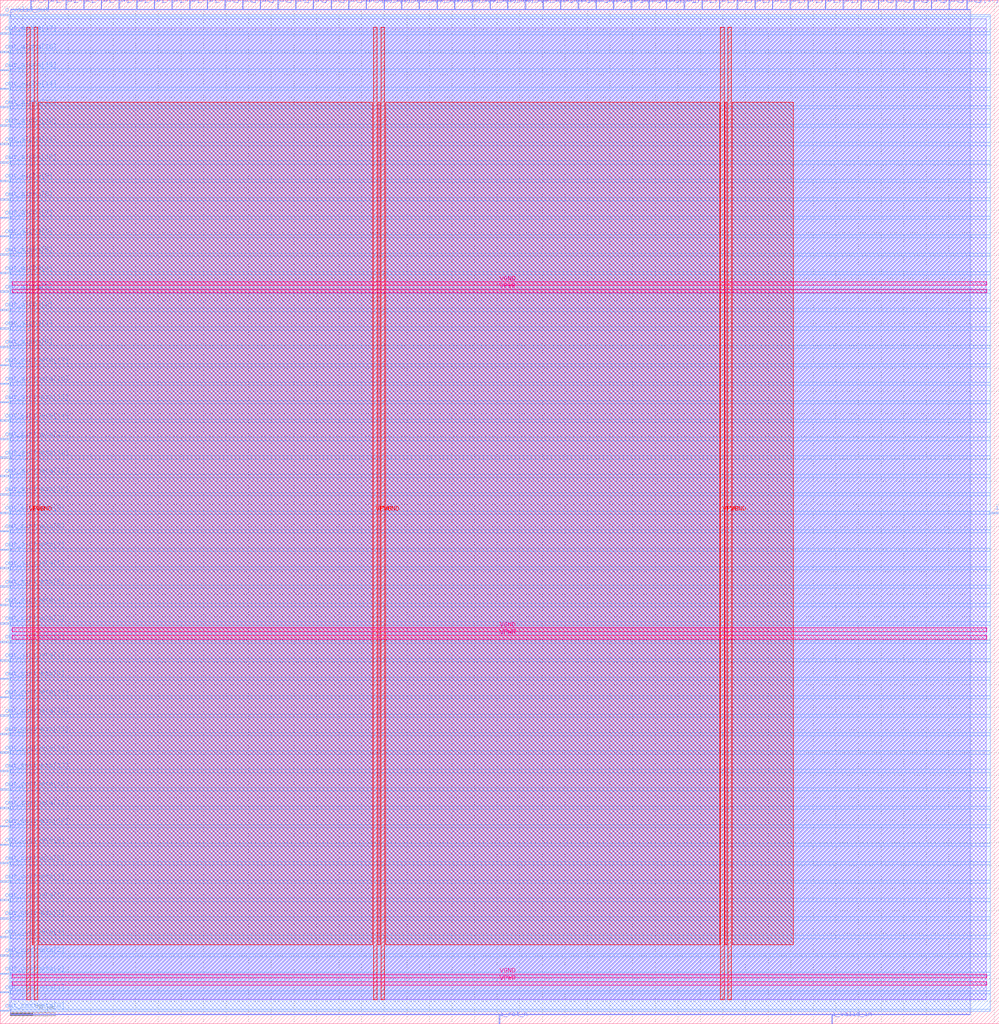
<source format=lef>
VERSION 5.7 ;
  NOWIREEXTENSIONATPIN ON ;
  DIVIDERCHAR "/" ;
  BUSBITCHARS "[]" ;
MACRO cordic_tt_top
  CLASS BLOCK ;
  FOREIGN cordic_tt_top ;
  ORIGIN 0.000 0.000 ;
  SIZE 442.310 BY 453.030 ;
  PIN VGND
    DIRECTION INOUT ;
    USE GROUND ;
    PORT
      LAYER met4 ;
        RECT 15.020 10.640 16.620 440.880 ;
    END
    PORT
      LAYER met4 ;
        RECT 168.620 10.640 170.220 440.880 ;
    END
    PORT
      LAYER met4 ;
        RECT 322.220 10.640 323.820 440.880 ;
    END
    PORT
      LAYER met5 ;
        RECT 5.280 20.380 436.780 21.980 ;
    END
    PORT
      LAYER met5 ;
        RECT 5.280 173.560 436.780 175.160 ;
    END
    PORT
      LAYER met5 ;
        RECT 5.280 326.740 436.780 328.340 ;
    END
  END VGND
  PIN VPWR
    DIRECTION INOUT ;
    USE POWER ;
    PORT
      LAYER met4 ;
        RECT 11.720 10.640 13.320 440.880 ;
    END
    PORT
      LAYER met4 ;
        RECT 165.320 10.640 166.920 440.880 ;
    END
    PORT
      LAYER met4 ;
        RECT 318.920 10.640 320.520 440.880 ;
    END
    PORT
      LAYER met5 ;
        RECT 5.280 17.080 436.780 18.680 ;
    END
    PORT
      LAYER met5 ;
        RECT 5.280 170.260 436.780 171.860 ;
    END
    PORT
      LAYER met5 ;
        RECT 5.280 323.440 436.780 325.040 ;
    END
  END VPWR
  PIN i_clk
    DIRECTION INPUT ;
    USE SIGNAL ;
    ANTENNAGATEAREA 0.852000 ;
    PORT
      LAYER met3 ;
        RECT 438.310 225.800 442.310 226.400 ;
    END
  END i_clk
  PIN i_rst_n
    DIRECTION INPUT ;
    USE SIGNAL ;
    ANTENNAGATEAREA 0.196500 ;
    PORT
      LAYER met2 ;
        RECT 220.890 0.000 221.170 4.000 ;
    END
  END i_rst_n
  PIN i_valid_in
    DIRECTION INPUT ;
    USE SIGNAL ;
    ANTENNAGATEAREA 0.247500 ;
    PORT
      LAYER met2 ;
        RECT 368.090 0.000 368.370 4.000 ;
    END
  END i_valid_in
  PIN in_alpha[0]
    DIRECTION INPUT ;
    USE SIGNAL ;
    ANTENNAGATEAREA 0.196500 ;
    PORT
      LAYER met2 ;
        RECT 154.190 449.030 154.470 453.030 ;
    END
  END in_alpha[0]
  PIN in_alpha[10]
    DIRECTION INPUT ;
    USE SIGNAL ;
    ANTENNAGATEAREA 0.213000 ;
    PORT
      LAYER met2 ;
        RECT 232.390 449.030 232.670 453.030 ;
    END
  END in_alpha[10]
  PIN in_alpha[11]
    DIRECTION INPUT ;
    USE SIGNAL ;
    ANTENNAGATEAREA 0.213000 ;
    PORT
      LAYER met2 ;
        RECT 240.210 449.030 240.490 453.030 ;
    END
  END in_alpha[11]
  PIN in_alpha[12]
    DIRECTION INPUT ;
    USE SIGNAL ;
    ANTENNAGATEAREA 0.196500 ;
    PORT
      LAYER met2 ;
        RECT 248.030 449.030 248.310 453.030 ;
    END
  END in_alpha[12]
  PIN in_alpha[13]
    DIRECTION INPUT ;
    USE SIGNAL ;
    ANTENNAGATEAREA 0.213000 ;
    PORT
      LAYER met2 ;
        RECT 255.850 449.030 256.130 453.030 ;
    END
  END in_alpha[13]
  PIN in_alpha[14]
    DIRECTION INPUT ;
    USE SIGNAL ;
    ANTENNAGATEAREA 0.213000 ;
    PORT
      LAYER met2 ;
        RECT 263.670 449.030 263.950 453.030 ;
    END
  END in_alpha[14]
  PIN in_alpha[15]
    DIRECTION INPUT ;
    USE SIGNAL ;
    ANTENNAGATEAREA 0.247500 ;
    PORT
      LAYER met2 ;
        RECT 271.490 449.030 271.770 453.030 ;
    END
  END in_alpha[15]
  PIN in_alpha[16]
    DIRECTION INPUT ;
    USE SIGNAL ;
    ANTENNAGATEAREA 0.213000 ;
    PORT
      LAYER met2 ;
        RECT 279.310 449.030 279.590 453.030 ;
    END
  END in_alpha[16]
  PIN in_alpha[17]
    DIRECTION INPUT ;
    USE SIGNAL ;
    ANTENNAGATEAREA 0.213000 ;
    PORT
      LAYER met2 ;
        RECT 287.130 449.030 287.410 453.030 ;
    END
  END in_alpha[17]
  PIN in_alpha[1]
    DIRECTION INPUT ;
    USE SIGNAL ;
    ANTENNAGATEAREA 0.196500 ;
    PORT
      LAYER met2 ;
        RECT 162.010 449.030 162.290 453.030 ;
    END
  END in_alpha[1]
  PIN in_alpha[2]
    DIRECTION INPUT ;
    USE SIGNAL ;
    ANTENNAGATEAREA 0.196500 ;
    PORT
      LAYER met2 ;
        RECT 169.830 449.030 170.110 453.030 ;
    END
  END in_alpha[2]
  PIN in_alpha[3]
    DIRECTION INPUT ;
    USE SIGNAL ;
    ANTENNAGATEAREA 0.196500 ;
    PORT
      LAYER met2 ;
        RECT 177.650 449.030 177.930 453.030 ;
    END
  END in_alpha[3]
  PIN in_alpha[4]
    DIRECTION INPUT ;
    USE SIGNAL ;
    ANTENNAGATEAREA 0.196500 ;
    PORT
      LAYER met2 ;
        RECT 185.470 449.030 185.750 453.030 ;
    END
  END in_alpha[4]
  PIN in_alpha[5]
    DIRECTION INPUT ;
    USE SIGNAL ;
    ANTENNAGATEAREA 0.159000 ;
    PORT
      LAYER met2 ;
        RECT 193.290 449.030 193.570 453.030 ;
    END
  END in_alpha[5]
  PIN in_alpha[6]
    DIRECTION INPUT ;
    USE SIGNAL ;
    ANTENNAGATEAREA 0.213000 ;
    PORT
      LAYER met2 ;
        RECT 201.110 449.030 201.390 453.030 ;
    END
  END in_alpha[6]
  PIN in_alpha[7]
    DIRECTION INPUT ;
    USE SIGNAL ;
    ANTENNAGATEAREA 0.159000 ;
    PORT
      LAYER met2 ;
        RECT 208.930 449.030 209.210 453.030 ;
    END
  END in_alpha[7]
  PIN in_alpha[8]
    DIRECTION INPUT ;
    USE SIGNAL ;
    ANTENNAGATEAREA 0.159000 ;
    PORT
      LAYER met2 ;
        RECT 216.750 449.030 217.030 453.030 ;
    END
  END in_alpha[8]
  PIN in_alpha[9]
    DIRECTION INPUT ;
    USE SIGNAL ;
    ANTENNAGATEAREA 0.159000 ;
    PORT
      LAYER met2 ;
        RECT 224.570 449.030 224.850 453.030 ;
    END
  END in_alpha[9]
  PIN in_x[0]
    DIRECTION INPUT ;
    USE SIGNAL ;
    ANTENNAGATEAREA 0.213000 ;
    PORT
      LAYER met2 ;
        RECT 13.430 449.030 13.710 453.030 ;
    END
  END in_x[0]
  PIN in_x[10]
    DIRECTION INPUT ;
    USE SIGNAL ;
    ANTENNAGATEAREA 0.213000 ;
    PORT
      LAYER met2 ;
        RECT 91.630 449.030 91.910 453.030 ;
    END
  END in_x[10]
  PIN in_x[11]
    DIRECTION INPUT ;
    USE SIGNAL ;
    ANTENNAGATEAREA 0.213000 ;
    PORT
      LAYER met2 ;
        RECT 99.450 449.030 99.730 453.030 ;
    END
  END in_x[11]
  PIN in_x[12]
    DIRECTION INPUT ;
    USE SIGNAL ;
    ANTENNAGATEAREA 0.213000 ;
    PORT
      LAYER met2 ;
        RECT 107.270 449.030 107.550 453.030 ;
    END
  END in_x[12]
  PIN in_x[13]
    DIRECTION INPUT ;
    USE SIGNAL ;
    ANTENNAGATEAREA 0.213000 ;
    PORT
      LAYER met2 ;
        RECT 115.090 449.030 115.370 453.030 ;
    END
  END in_x[13]
  PIN in_x[14]
    DIRECTION INPUT ;
    USE SIGNAL ;
    ANTENNAGATEAREA 0.213000 ;
    PORT
      LAYER met2 ;
        RECT 122.910 449.030 123.190 453.030 ;
    END
  END in_x[14]
  PIN in_x[15]
    DIRECTION INPUT ;
    USE SIGNAL ;
    ANTENNAGATEAREA 0.126000 ;
    PORT
      LAYER met2 ;
        RECT 130.730 449.030 131.010 453.030 ;
    END
  END in_x[15]
  PIN in_x[16]
    DIRECTION INPUT ;
    USE SIGNAL ;
    ANTENNAGATEAREA 0.196500 ;
    PORT
      LAYER met2 ;
        RECT 138.550 449.030 138.830 453.030 ;
    END
  END in_x[16]
  PIN in_x[17]
    DIRECTION INPUT ;
    USE SIGNAL ;
    ANTENNAGATEAREA 0.196500 ;
    PORT
      LAYER met2 ;
        RECT 146.370 449.030 146.650 453.030 ;
    END
  END in_x[17]
  PIN in_x[1]
    DIRECTION INPUT ;
    USE SIGNAL ;
    ANTENNAGATEAREA 0.213000 ;
    PORT
      LAYER met2 ;
        RECT 21.250 449.030 21.530 453.030 ;
    END
  END in_x[1]
  PIN in_x[2]
    DIRECTION INPUT ;
    USE SIGNAL ;
    ANTENNAGATEAREA 0.213000 ;
    PORT
      LAYER met2 ;
        RECT 29.070 449.030 29.350 453.030 ;
    END
  END in_x[2]
  PIN in_x[3]
    DIRECTION INPUT ;
    USE SIGNAL ;
    ANTENNAGATEAREA 0.213000 ;
    PORT
      LAYER met2 ;
        RECT 36.890 449.030 37.170 453.030 ;
    END
  END in_x[3]
  PIN in_x[4]
    DIRECTION INPUT ;
    USE SIGNAL ;
    ANTENNAGATEAREA 0.213000 ;
    PORT
      LAYER met2 ;
        RECT 44.710 449.030 44.990 453.030 ;
    END
  END in_x[4]
  PIN in_x[5]
    DIRECTION INPUT ;
    USE SIGNAL ;
    ANTENNAGATEAREA 0.213000 ;
    PORT
      LAYER met2 ;
        RECT 52.530 449.030 52.810 453.030 ;
    END
  END in_x[5]
  PIN in_x[6]
    DIRECTION INPUT ;
    USE SIGNAL ;
    ANTENNAGATEAREA 0.213000 ;
    PORT
      LAYER met2 ;
        RECT 60.350 449.030 60.630 453.030 ;
    END
  END in_x[6]
  PIN in_x[7]
    DIRECTION INPUT ;
    USE SIGNAL ;
    ANTENNAGATEAREA 0.213000 ;
    PORT
      LAYER met2 ;
        RECT 68.170 449.030 68.450 453.030 ;
    END
  END in_x[7]
  PIN in_x[8]
    DIRECTION INPUT ;
    USE SIGNAL ;
    ANTENNAGATEAREA 0.213000 ;
    PORT
      LAYER met2 ;
        RECT 75.990 449.030 76.270 453.030 ;
    END
  END in_x[8]
  PIN in_x[9]
    DIRECTION INPUT ;
    USE SIGNAL ;
    ANTENNAGATEAREA 0.213000 ;
    PORT
      LAYER met2 ;
        RECT 83.810 449.030 84.090 453.030 ;
    END
  END in_x[9]
  PIN in_y[0]
    DIRECTION INPUT ;
    USE SIGNAL ;
    ANTENNAGATEAREA 0.159000 ;
    PORT
      LAYER met2 ;
        RECT 294.950 449.030 295.230 453.030 ;
    END
  END in_y[0]
  PIN in_y[10]
    DIRECTION INPUT ;
    USE SIGNAL ;
    ANTENNAGATEAREA 0.213000 ;
    PORT
      LAYER met2 ;
        RECT 373.150 449.030 373.430 453.030 ;
    END
  END in_y[10]
  PIN in_y[11]
    DIRECTION INPUT ;
    USE SIGNAL ;
    ANTENNAGATEAREA 0.213000 ;
    PORT
      LAYER met2 ;
        RECT 380.970 449.030 381.250 453.030 ;
    END
  END in_y[11]
  PIN in_y[12]
    DIRECTION INPUT ;
    USE SIGNAL ;
    ANTENNAGATEAREA 0.213000 ;
    PORT
      LAYER met2 ;
        RECT 388.790 449.030 389.070 453.030 ;
    END
  END in_y[12]
  PIN in_y[13]
    DIRECTION INPUT ;
    USE SIGNAL ;
    ANTENNAGATEAREA 0.159000 ;
    PORT
      LAYER met2 ;
        RECT 396.610 449.030 396.890 453.030 ;
    END
  END in_y[13]
  PIN in_y[14]
    DIRECTION INPUT ;
    USE SIGNAL ;
    ANTENNAGATEAREA 0.159000 ;
    PORT
      LAYER met2 ;
        RECT 404.430 449.030 404.710 453.030 ;
    END
  END in_y[14]
  PIN in_y[15]
    DIRECTION INPUT ;
    USE SIGNAL ;
    ANTENNAGATEAREA 0.159000 ;
    PORT
      LAYER met2 ;
        RECT 412.250 449.030 412.530 453.030 ;
    END
  END in_y[15]
  PIN in_y[16]
    DIRECTION INPUT ;
    USE SIGNAL ;
    ANTENNAGATEAREA 0.159000 ;
    PORT
      LAYER met2 ;
        RECT 420.070 449.030 420.350 453.030 ;
    END
  END in_y[16]
  PIN in_y[17]
    DIRECTION INPUT ;
    USE SIGNAL ;
    ANTENNAGATEAREA 0.159000 ;
    PORT
      LAYER met2 ;
        RECT 427.890 449.030 428.170 453.030 ;
    END
  END in_y[17]
  PIN in_y[1]
    DIRECTION INPUT ;
    USE SIGNAL ;
    ANTENNAGATEAREA 0.213000 ;
    PORT
      LAYER met2 ;
        RECT 302.770 449.030 303.050 453.030 ;
    END
  END in_y[1]
  PIN in_y[2]
    DIRECTION INPUT ;
    USE SIGNAL ;
    ANTENNAGATEAREA 0.213000 ;
    PORT
      LAYER met2 ;
        RECT 310.590 449.030 310.870 453.030 ;
    END
  END in_y[2]
  PIN in_y[3]
    DIRECTION INPUT ;
    USE SIGNAL ;
    ANTENNAGATEAREA 0.213000 ;
    PORT
      LAYER met2 ;
        RECT 318.410 449.030 318.690 453.030 ;
    END
  END in_y[3]
  PIN in_y[4]
    DIRECTION INPUT ;
    USE SIGNAL ;
    ANTENNAGATEAREA 0.213000 ;
    PORT
      LAYER met2 ;
        RECT 326.230 449.030 326.510 453.030 ;
    END
  END in_y[4]
  PIN in_y[5]
    DIRECTION INPUT ;
    USE SIGNAL ;
    ANTENNAGATEAREA 0.213000 ;
    PORT
      LAYER met2 ;
        RECT 334.050 449.030 334.330 453.030 ;
    END
  END in_y[5]
  PIN in_y[6]
    DIRECTION INPUT ;
    USE SIGNAL ;
    ANTENNAGATEAREA 0.213000 ;
    PORT
      LAYER met2 ;
        RECT 341.870 449.030 342.150 453.030 ;
    END
  END in_y[6]
  PIN in_y[7]
    DIRECTION INPUT ;
    USE SIGNAL ;
    ANTENNAGATEAREA 0.213000 ;
    PORT
      LAYER met2 ;
        RECT 349.690 449.030 349.970 453.030 ;
    END
  END in_y[7]
  PIN in_y[8]
    DIRECTION INPUT ;
    USE SIGNAL ;
    ANTENNAGATEAREA 0.196500 ;
    PORT
      LAYER met2 ;
        RECT 357.510 449.030 357.790 453.030 ;
    END
  END in_y[8]
  PIN in_y[9]
    DIRECTION INPUT ;
    USE SIGNAL ;
    ANTENNAGATEAREA 0.213000 ;
    PORT
      LAYER met2 ;
        RECT 365.330 449.030 365.610 453.030 ;
    END
  END in_y[9]
  PIN o_valid_out
    DIRECTION OUTPUT TRISTATE ;
    USE SIGNAL ;
    ANTENNADIFFAREA 0.795200 ;
    PORT
      LAYER met3 ;
        RECT 0.000 446.120 4.000 446.720 ;
    END
  END o_valid_out
  PIN out_alpha[0]
    DIRECTION OUTPUT TRISTATE ;
    USE SIGNAL ;
    ANTENNADIFFAREA 0.795200 ;
    PORT
      LAYER met3 ;
        RECT 0.000 299.240 4.000 299.840 ;
    END
  END out_alpha[0]
  PIN out_alpha[10]
    DIRECTION OUTPUT TRISTATE ;
    USE SIGNAL ;
    ANTENNADIFFAREA 0.795200 ;
    PORT
      LAYER met3 ;
        RECT 0.000 380.840 4.000 381.440 ;
    END
  END out_alpha[10]
  PIN out_alpha[11]
    DIRECTION OUTPUT TRISTATE ;
    USE SIGNAL ;
    ANTENNADIFFAREA 0.795200 ;
    PORT
      LAYER met3 ;
        RECT 0.000 389.000 4.000 389.600 ;
    END
  END out_alpha[11]
  PIN out_alpha[12]
    DIRECTION OUTPUT TRISTATE ;
    USE SIGNAL ;
    ANTENNADIFFAREA 0.795200 ;
    PORT
      LAYER met3 ;
        RECT 0.000 397.160 4.000 397.760 ;
    END
  END out_alpha[12]
  PIN out_alpha[13]
    DIRECTION OUTPUT TRISTATE ;
    USE SIGNAL ;
    ANTENNADIFFAREA 0.795200 ;
    PORT
      LAYER met3 ;
        RECT 0.000 405.320 4.000 405.920 ;
    END
  END out_alpha[13]
  PIN out_alpha[14]
    DIRECTION OUTPUT TRISTATE ;
    USE SIGNAL ;
    ANTENNADIFFAREA 0.795200 ;
    PORT
      LAYER met3 ;
        RECT 0.000 413.480 4.000 414.080 ;
    END
  END out_alpha[14]
  PIN out_alpha[15]
    DIRECTION OUTPUT TRISTATE ;
    USE SIGNAL ;
    ANTENNADIFFAREA 0.795200 ;
    PORT
      LAYER met3 ;
        RECT 0.000 421.640 4.000 422.240 ;
    END
  END out_alpha[15]
  PIN out_alpha[16]
    DIRECTION OUTPUT TRISTATE ;
    USE SIGNAL ;
    ANTENNADIFFAREA 0.795200 ;
    PORT
      LAYER met3 ;
        RECT 0.000 429.800 4.000 430.400 ;
    END
  END out_alpha[16]
  PIN out_alpha[17]
    DIRECTION OUTPUT TRISTATE ;
    USE SIGNAL ;
    ANTENNADIFFAREA 0.795200 ;
    PORT
      LAYER met3 ;
        RECT 0.000 437.960 4.000 438.560 ;
    END
  END out_alpha[17]
  PIN out_alpha[1]
    DIRECTION OUTPUT TRISTATE ;
    USE SIGNAL ;
    ANTENNADIFFAREA 0.795200 ;
    PORT
      LAYER met3 ;
        RECT 0.000 307.400 4.000 308.000 ;
    END
  END out_alpha[1]
  PIN out_alpha[2]
    DIRECTION OUTPUT TRISTATE ;
    USE SIGNAL ;
    ANTENNADIFFAREA 0.795200 ;
    PORT
      LAYER met3 ;
        RECT 0.000 315.560 4.000 316.160 ;
    END
  END out_alpha[2]
  PIN out_alpha[3]
    DIRECTION OUTPUT TRISTATE ;
    USE SIGNAL ;
    ANTENNADIFFAREA 0.795200 ;
    PORT
      LAYER met3 ;
        RECT 0.000 323.720 4.000 324.320 ;
    END
  END out_alpha[3]
  PIN out_alpha[4]
    DIRECTION OUTPUT TRISTATE ;
    USE SIGNAL ;
    ANTENNADIFFAREA 0.795200 ;
    PORT
      LAYER met3 ;
        RECT 0.000 331.880 4.000 332.480 ;
    END
  END out_alpha[4]
  PIN out_alpha[5]
    DIRECTION OUTPUT TRISTATE ;
    USE SIGNAL ;
    ANTENNADIFFAREA 0.795200 ;
    PORT
      LAYER met3 ;
        RECT 0.000 340.040 4.000 340.640 ;
    END
  END out_alpha[5]
  PIN out_alpha[6]
    DIRECTION OUTPUT TRISTATE ;
    USE SIGNAL ;
    ANTENNADIFFAREA 0.795200 ;
    PORT
      LAYER met3 ;
        RECT 0.000 348.200 4.000 348.800 ;
    END
  END out_alpha[6]
  PIN out_alpha[7]
    DIRECTION OUTPUT TRISTATE ;
    USE SIGNAL ;
    ANTENNADIFFAREA 0.795200 ;
    PORT
      LAYER met3 ;
        RECT 0.000 356.360 4.000 356.960 ;
    END
  END out_alpha[7]
  PIN out_alpha[8]
    DIRECTION OUTPUT TRISTATE ;
    USE SIGNAL ;
    ANTENNADIFFAREA 0.795200 ;
    PORT
      LAYER met3 ;
        RECT 0.000 364.520 4.000 365.120 ;
    END
  END out_alpha[8]
  PIN out_alpha[9]
    DIRECTION OUTPUT TRISTATE ;
    USE SIGNAL ;
    ANTENNADIFFAREA 0.795200 ;
    PORT
      LAYER met3 ;
        RECT 0.000 372.680 4.000 373.280 ;
    END
  END out_alpha[9]
  PIN out_costheta[0]
    DIRECTION OUTPUT TRISTATE ;
    USE SIGNAL ;
    ANTENNADIFFAREA 0.795200 ;
    PORT
      LAYER met3 ;
        RECT 0.000 5.480 4.000 6.080 ;
    END
  END out_costheta[0]
  PIN out_costheta[10]
    DIRECTION OUTPUT TRISTATE ;
    USE SIGNAL ;
    ANTENNADIFFAREA 0.795200 ;
    PORT
      LAYER met3 ;
        RECT 0.000 87.080 4.000 87.680 ;
    END
  END out_costheta[10]
  PIN out_costheta[11]
    DIRECTION OUTPUT TRISTATE ;
    USE SIGNAL ;
    ANTENNADIFFAREA 0.795200 ;
    PORT
      LAYER met3 ;
        RECT 0.000 95.240 4.000 95.840 ;
    END
  END out_costheta[11]
  PIN out_costheta[12]
    DIRECTION OUTPUT TRISTATE ;
    USE SIGNAL ;
    ANTENNADIFFAREA 0.795200 ;
    PORT
      LAYER met3 ;
        RECT 0.000 103.400 4.000 104.000 ;
    END
  END out_costheta[12]
  PIN out_costheta[13]
    DIRECTION OUTPUT TRISTATE ;
    USE SIGNAL ;
    ANTENNADIFFAREA 0.795200 ;
    PORT
      LAYER met3 ;
        RECT 0.000 111.560 4.000 112.160 ;
    END
  END out_costheta[13]
  PIN out_costheta[14]
    DIRECTION OUTPUT TRISTATE ;
    USE SIGNAL ;
    ANTENNADIFFAREA 0.795200 ;
    PORT
      LAYER met3 ;
        RECT 0.000 119.720 4.000 120.320 ;
    END
  END out_costheta[14]
  PIN out_costheta[15]
    DIRECTION OUTPUT TRISTATE ;
    USE SIGNAL ;
    ANTENNADIFFAREA 0.795200 ;
    PORT
      LAYER met3 ;
        RECT 0.000 127.880 4.000 128.480 ;
    END
  END out_costheta[15]
  PIN out_costheta[16]
    DIRECTION OUTPUT TRISTATE ;
    USE SIGNAL ;
    ANTENNADIFFAREA 0.795200 ;
    PORT
      LAYER met3 ;
        RECT 0.000 136.040 4.000 136.640 ;
    END
  END out_costheta[16]
  PIN out_costheta[17]
    DIRECTION OUTPUT TRISTATE ;
    USE SIGNAL ;
    ANTENNADIFFAREA 0.795200 ;
    PORT
      LAYER met3 ;
        RECT 0.000 144.200 4.000 144.800 ;
    END
  END out_costheta[17]
  PIN out_costheta[1]
    DIRECTION OUTPUT TRISTATE ;
    USE SIGNAL ;
    ANTENNADIFFAREA 0.795200 ;
    PORT
      LAYER met3 ;
        RECT 0.000 13.640 4.000 14.240 ;
    END
  END out_costheta[1]
  PIN out_costheta[2]
    DIRECTION OUTPUT TRISTATE ;
    USE SIGNAL ;
    ANTENNADIFFAREA 0.795200 ;
    PORT
      LAYER met3 ;
        RECT 0.000 21.800 4.000 22.400 ;
    END
  END out_costheta[2]
  PIN out_costheta[3]
    DIRECTION OUTPUT TRISTATE ;
    USE SIGNAL ;
    ANTENNADIFFAREA 0.795200 ;
    PORT
      LAYER met3 ;
        RECT 0.000 29.960 4.000 30.560 ;
    END
  END out_costheta[3]
  PIN out_costheta[4]
    DIRECTION OUTPUT TRISTATE ;
    USE SIGNAL ;
    ANTENNADIFFAREA 0.795200 ;
    PORT
      LAYER met3 ;
        RECT 0.000 38.120 4.000 38.720 ;
    END
  END out_costheta[4]
  PIN out_costheta[5]
    DIRECTION OUTPUT TRISTATE ;
    USE SIGNAL ;
    ANTENNADIFFAREA 0.795200 ;
    PORT
      LAYER met3 ;
        RECT 0.000 46.280 4.000 46.880 ;
    END
  END out_costheta[5]
  PIN out_costheta[6]
    DIRECTION OUTPUT TRISTATE ;
    USE SIGNAL ;
    ANTENNADIFFAREA 0.795200 ;
    PORT
      LAYER met3 ;
        RECT 0.000 54.440 4.000 55.040 ;
    END
  END out_costheta[6]
  PIN out_costheta[7]
    DIRECTION OUTPUT TRISTATE ;
    USE SIGNAL ;
    ANTENNADIFFAREA 0.795200 ;
    PORT
      LAYER met3 ;
        RECT 0.000 62.600 4.000 63.200 ;
    END
  END out_costheta[7]
  PIN out_costheta[8]
    DIRECTION OUTPUT TRISTATE ;
    USE SIGNAL ;
    ANTENNADIFFAREA 0.795200 ;
    PORT
      LAYER met3 ;
        RECT 0.000 70.760 4.000 71.360 ;
    END
  END out_costheta[8]
  PIN out_costheta[9]
    DIRECTION OUTPUT TRISTATE ;
    USE SIGNAL ;
    ANTENNADIFFAREA 0.795200 ;
    PORT
      LAYER met3 ;
        RECT 0.000 78.920 4.000 79.520 ;
    END
  END out_costheta[9]
  PIN out_sintheta[0]
    DIRECTION OUTPUT TRISTATE ;
    USE SIGNAL ;
    ANTENNADIFFAREA 0.795200 ;
    PORT
      LAYER met3 ;
        RECT 0.000 152.360 4.000 152.960 ;
    END
  END out_sintheta[0]
  PIN out_sintheta[10]
    DIRECTION OUTPUT TRISTATE ;
    USE SIGNAL ;
    ANTENNADIFFAREA 0.795200 ;
    PORT
      LAYER met3 ;
        RECT 0.000 233.960 4.000 234.560 ;
    END
  END out_sintheta[10]
  PIN out_sintheta[11]
    DIRECTION OUTPUT TRISTATE ;
    USE SIGNAL ;
    ANTENNADIFFAREA 0.795200 ;
    PORT
      LAYER met3 ;
        RECT 0.000 242.120 4.000 242.720 ;
    END
  END out_sintheta[11]
  PIN out_sintheta[12]
    DIRECTION OUTPUT TRISTATE ;
    USE SIGNAL ;
    ANTENNADIFFAREA 0.795200 ;
    PORT
      LAYER met3 ;
        RECT 0.000 250.280 4.000 250.880 ;
    END
  END out_sintheta[12]
  PIN out_sintheta[13]
    DIRECTION OUTPUT TRISTATE ;
    USE SIGNAL ;
    ANTENNADIFFAREA 0.795200 ;
    PORT
      LAYER met3 ;
        RECT 0.000 258.440 4.000 259.040 ;
    END
  END out_sintheta[13]
  PIN out_sintheta[14]
    DIRECTION OUTPUT TRISTATE ;
    USE SIGNAL ;
    ANTENNADIFFAREA 0.795200 ;
    PORT
      LAYER met3 ;
        RECT 0.000 266.600 4.000 267.200 ;
    END
  END out_sintheta[14]
  PIN out_sintheta[15]
    DIRECTION OUTPUT TRISTATE ;
    USE SIGNAL ;
    ANTENNADIFFAREA 0.795200 ;
    PORT
      LAYER met3 ;
        RECT 0.000 274.760 4.000 275.360 ;
    END
  END out_sintheta[15]
  PIN out_sintheta[16]
    DIRECTION OUTPUT TRISTATE ;
    USE SIGNAL ;
    ANTENNADIFFAREA 0.795200 ;
    PORT
      LAYER met3 ;
        RECT 0.000 282.920 4.000 283.520 ;
    END
  END out_sintheta[16]
  PIN out_sintheta[17]
    DIRECTION OUTPUT TRISTATE ;
    USE SIGNAL ;
    ANTENNADIFFAREA 0.795200 ;
    PORT
      LAYER met3 ;
        RECT 0.000 291.080 4.000 291.680 ;
    END
  END out_sintheta[17]
  PIN out_sintheta[1]
    DIRECTION OUTPUT TRISTATE ;
    USE SIGNAL ;
    ANTENNADIFFAREA 0.795200 ;
    PORT
      LAYER met3 ;
        RECT 0.000 160.520 4.000 161.120 ;
    END
  END out_sintheta[1]
  PIN out_sintheta[2]
    DIRECTION OUTPUT TRISTATE ;
    USE SIGNAL ;
    ANTENNADIFFAREA 0.795200 ;
    PORT
      LAYER met3 ;
        RECT 0.000 168.680 4.000 169.280 ;
    END
  END out_sintheta[2]
  PIN out_sintheta[3]
    DIRECTION OUTPUT TRISTATE ;
    USE SIGNAL ;
    ANTENNADIFFAREA 0.795200 ;
    PORT
      LAYER met3 ;
        RECT 0.000 176.840 4.000 177.440 ;
    END
  END out_sintheta[3]
  PIN out_sintheta[4]
    DIRECTION OUTPUT TRISTATE ;
    USE SIGNAL ;
    ANTENNADIFFAREA 0.795200 ;
    PORT
      LAYER met3 ;
        RECT 0.000 185.000 4.000 185.600 ;
    END
  END out_sintheta[4]
  PIN out_sintheta[5]
    DIRECTION OUTPUT TRISTATE ;
    USE SIGNAL ;
    ANTENNADIFFAREA 0.795200 ;
    PORT
      LAYER met3 ;
        RECT 0.000 193.160 4.000 193.760 ;
    END
  END out_sintheta[5]
  PIN out_sintheta[6]
    DIRECTION OUTPUT TRISTATE ;
    USE SIGNAL ;
    ANTENNADIFFAREA 0.795200 ;
    PORT
      LAYER met3 ;
        RECT 0.000 201.320 4.000 201.920 ;
    END
  END out_sintheta[6]
  PIN out_sintheta[7]
    DIRECTION OUTPUT TRISTATE ;
    USE SIGNAL ;
    ANTENNADIFFAREA 0.795200 ;
    PORT
      LAYER met3 ;
        RECT 0.000 209.480 4.000 210.080 ;
    END
  END out_sintheta[7]
  PIN out_sintheta[8]
    DIRECTION OUTPUT TRISTATE ;
    USE SIGNAL ;
    ANTENNADIFFAREA 0.795200 ;
    PORT
      LAYER met3 ;
        RECT 0.000 217.640 4.000 218.240 ;
    END
  END out_sintheta[8]
  PIN out_sintheta[9]
    DIRECTION OUTPUT TRISTATE ;
    USE SIGNAL ;
    ANTENNADIFFAREA 0.795200 ;
    PORT
      LAYER met3 ;
        RECT 0.000 225.800 4.000 226.400 ;
    END
  END out_sintheta[9]
  OBS
      LAYER li1 ;
        RECT 5.520 10.795 436.540 440.725 ;
      LAYER met1 ;
        RECT 4.670 10.640 436.540 444.680 ;
      LAYER met2 ;
        RECT 4.690 448.750 13.150 449.030 ;
        RECT 13.990 448.750 20.970 449.030 ;
        RECT 21.810 448.750 28.790 449.030 ;
        RECT 29.630 448.750 36.610 449.030 ;
        RECT 37.450 448.750 44.430 449.030 ;
        RECT 45.270 448.750 52.250 449.030 ;
        RECT 53.090 448.750 60.070 449.030 ;
        RECT 60.910 448.750 67.890 449.030 ;
        RECT 68.730 448.750 75.710 449.030 ;
        RECT 76.550 448.750 83.530 449.030 ;
        RECT 84.370 448.750 91.350 449.030 ;
        RECT 92.190 448.750 99.170 449.030 ;
        RECT 100.010 448.750 106.990 449.030 ;
        RECT 107.830 448.750 114.810 449.030 ;
        RECT 115.650 448.750 122.630 449.030 ;
        RECT 123.470 448.750 130.450 449.030 ;
        RECT 131.290 448.750 138.270 449.030 ;
        RECT 139.110 448.750 146.090 449.030 ;
        RECT 146.930 448.750 153.910 449.030 ;
        RECT 154.750 448.750 161.730 449.030 ;
        RECT 162.570 448.750 169.550 449.030 ;
        RECT 170.390 448.750 177.370 449.030 ;
        RECT 178.210 448.750 185.190 449.030 ;
        RECT 186.030 448.750 193.010 449.030 ;
        RECT 193.850 448.750 200.830 449.030 ;
        RECT 201.670 448.750 208.650 449.030 ;
        RECT 209.490 448.750 216.470 449.030 ;
        RECT 217.310 448.750 224.290 449.030 ;
        RECT 225.130 448.750 232.110 449.030 ;
        RECT 232.950 448.750 239.930 449.030 ;
        RECT 240.770 448.750 247.750 449.030 ;
        RECT 248.590 448.750 255.570 449.030 ;
        RECT 256.410 448.750 263.390 449.030 ;
        RECT 264.230 448.750 271.210 449.030 ;
        RECT 272.050 448.750 279.030 449.030 ;
        RECT 279.870 448.750 286.850 449.030 ;
        RECT 287.690 448.750 294.670 449.030 ;
        RECT 295.510 448.750 302.490 449.030 ;
        RECT 303.330 448.750 310.310 449.030 ;
        RECT 311.150 448.750 318.130 449.030 ;
        RECT 318.970 448.750 325.950 449.030 ;
        RECT 326.790 448.750 333.770 449.030 ;
        RECT 334.610 448.750 341.590 449.030 ;
        RECT 342.430 448.750 349.410 449.030 ;
        RECT 350.250 448.750 357.230 449.030 ;
        RECT 358.070 448.750 365.050 449.030 ;
        RECT 365.890 448.750 372.870 449.030 ;
        RECT 373.710 448.750 380.690 449.030 ;
        RECT 381.530 448.750 388.510 449.030 ;
        RECT 389.350 448.750 396.330 449.030 ;
        RECT 397.170 448.750 404.150 449.030 ;
        RECT 404.990 448.750 411.970 449.030 ;
        RECT 412.810 448.750 419.790 449.030 ;
        RECT 420.630 448.750 427.610 449.030 ;
        RECT 428.450 448.750 429.550 449.030 ;
        RECT 4.690 4.280 429.550 448.750 ;
        RECT 4.690 4.000 220.610 4.280 ;
        RECT 221.450 4.000 367.810 4.280 ;
        RECT 368.650 4.000 429.550 4.280 ;
      LAYER met3 ;
        RECT 4.400 445.720 438.310 446.570 ;
        RECT 3.990 438.960 438.310 445.720 ;
        RECT 4.400 437.560 438.310 438.960 ;
        RECT 3.990 430.800 438.310 437.560 ;
        RECT 4.400 429.400 438.310 430.800 ;
        RECT 3.990 422.640 438.310 429.400 ;
        RECT 4.400 421.240 438.310 422.640 ;
        RECT 3.990 414.480 438.310 421.240 ;
        RECT 4.400 413.080 438.310 414.480 ;
        RECT 3.990 406.320 438.310 413.080 ;
        RECT 4.400 404.920 438.310 406.320 ;
        RECT 3.990 398.160 438.310 404.920 ;
        RECT 4.400 396.760 438.310 398.160 ;
        RECT 3.990 390.000 438.310 396.760 ;
        RECT 4.400 388.600 438.310 390.000 ;
        RECT 3.990 381.840 438.310 388.600 ;
        RECT 4.400 380.440 438.310 381.840 ;
        RECT 3.990 373.680 438.310 380.440 ;
        RECT 4.400 372.280 438.310 373.680 ;
        RECT 3.990 365.520 438.310 372.280 ;
        RECT 4.400 364.120 438.310 365.520 ;
        RECT 3.990 357.360 438.310 364.120 ;
        RECT 4.400 355.960 438.310 357.360 ;
        RECT 3.990 349.200 438.310 355.960 ;
        RECT 4.400 347.800 438.310 349.200 ;
        RECT 3.990 341.040 438.310 347.800 ;
        RECT 4.400 339.640 438.310 341.040 ;
        RECT 3.990 332.880 438.310 339.640 ;
        RECT 4.400 331.480 438.310 332.880 ;
        RECT 3.990 324.720 438.310 331.480 ;
        RECT 4.400 323.320 438.310 324.720 ;
        RECT 3.990 316.560 438.310 323.320 ;
        RECT 4.400 315.160 438.310 316.560 ;
        RECT 3.990 308.400 438.310 315.160 ;
        RECT 4.400 307.000 438.310 308.400 ;
        RECT 3.990 300.240 438.310 307.000 ;
        RECT 4.400 298.840 438.310 300.240 ;
        RECT 3.990 292.080 438.310 298.840 ;
        RECT 4.400 290.680 438.310 292.080 ;
        RECT 3.990 283.920 438.310 290.680 ;
        RECT 4.400 282.520 438.310 283.920 ;
        RECT 3.990 275.760 438.310 282.520 ;
        RECT 4.400 274.360 438.310 275.760 ;
        RECT 3.990 267.600 438.310 274.360 ;
        RECT 4.400 266.200 438.310 267.600 ;
        RECT 3.990 259.440 438.310 266.200 ;
        RECT 4.400 258.040 438.310 259.440 ;
        RECT 3.990 251.280 438.310 258.040 ;
        RECT 4.400 249.880 438.310 251.280 ;
        RECT 3.990 243.120 438.310 249.880 ;
        RECT 4.400 241.720 438.310 243.120 ;
        RECT 3.990 234.960 438.310 241.720 ;
        RECT 4.400 233.560 438.310 234.960 ;
        RECT 3.990 226.800 438.310 233.560 ;
        RECT 4.400 225.400 437.910 226.800 ;
        RECT 3.990 218.640 438.310 225.400 ;
        RECT 4.400 217.240 438.310 218.640 ;
        RECT 3.990 210.480 438.310 217.240 ;
        RECT 4.400 209.080 438.310 210.480 ;
        RECT 3.990 202.320 438.310 209.080 ;
        RECT 4.400 200.920 438.310 202.320 ;
        RECT 3.990 194.160 438.310 200.920 ;
        RECT 4.400 192.760 438.310 194.160 ;
        RECT 3.990 186.000 438.310 192.760 ;
        RECT 4.400 184.600 438.310 186.000 ;
        RECT 3.990 177.840 438.310 184.600 ;
        RECT 4.400 176.440 438.310 177.840 ;
        RECT 3.990 169.680 438.310 176.440 ;
        RECT 4.400 168.280 438.310 169.680 ;
        RECT 3.990 161.520 438.310 168.280 ;
        RECT 4.400 160.120 438.310 161.520 ;
        RECT 3.990 153.360 438.310 160.120 ;
        RECT 4.400 151.960 438.310 153.360 ;
        RECT 3.990 145.200 438.310 151.960 ;
        RECT 4.400 143.800 438.310 145.200 ;
        RECT 3.990 137.040 438.310 143.800 ;
        RECT 4.400 135.640 438.310 137.040 ;
        RECT 3.990 128.880 438.310 135.640 ;
        RECT 4.400 127.480 438.310 128.880 ;
        RECT 3.990 120.720 438.310 127.480 ;
        RECT 4.400 119.320 438.310 120.720 ;
        RECT 3.990 112.560 438.310 119.320 ;
        RECT 4.400 111.160 438.310 112.560 ;
        RECT 3.990 104.400 438.310 111.160 ;
        RECT 4.400 103.000 438.310 104.400 ;
        RECT 3.990 96.240 438.310 103.000 ;
        RECT 4.400 94.840 438.310 96.240 ;
        RECT 3.990 88.080 438.310 94.840 ;
        RECT 4.400 86.680 438.310 88.080 ;
        RECT 3.990 79.920 438.310 86.680 ;
        RECT 4.400 78.520 438.310 79.920 ;
        RECT 3.990 71.760 438.310 78.520 ;
        RECT 4.400 70.360 438.310 71.760 ;
        RECT 3.990 63.600 438.310 70.360 ;
        RECT 4.400 62.200 438.310 63.600 ;
        RECT 3.990 55.440 438.310 62.200 ;
        RECT 4.400 54.040 438.310 55.440 ;
        RECT 3.990 47.280 438.310 54.040 ;
        RECT 4.400 45.880 438.310 47.280 ;
        RECT 3.990 39.120 438.310 45.880 ;
        RECT 4.400 37.720 438.310 39.120 ;
        RECT 3.990 30.960 438.310 37.720 ;
        RECT 4.400 29.560 438.310 30.960 ;
        RECT 3.990 22.800 438.310 29.560 ;
        RECT 4.400 21.400 438.310 22.800 ;
        RECT 3.990 14.640 438.310 21.400 ;
        RECT 4.400 13.240 438.310 14.640 ;
        RECT 3.990 6.480 438.310 13.240 ;
        RECT 4.400 5.630 438.310 6.480 ;
      LAYER met4 ;
        RECT 14.095 34.855 14.620 407.825 ;
        RECT 17.020 34.855 164.920 407.825 ;
        RECT 167.320 34.855 168.220 407.825 ;
        RECT 170.620 34.855 318.520 407.825 ;
        RECT 320.920 34.855 321.820 407.825 ;
        RECT 324.220 34.855 351.145 407.825 ;
  END
END cordic_tt_top
END LIBRARY


</source>
